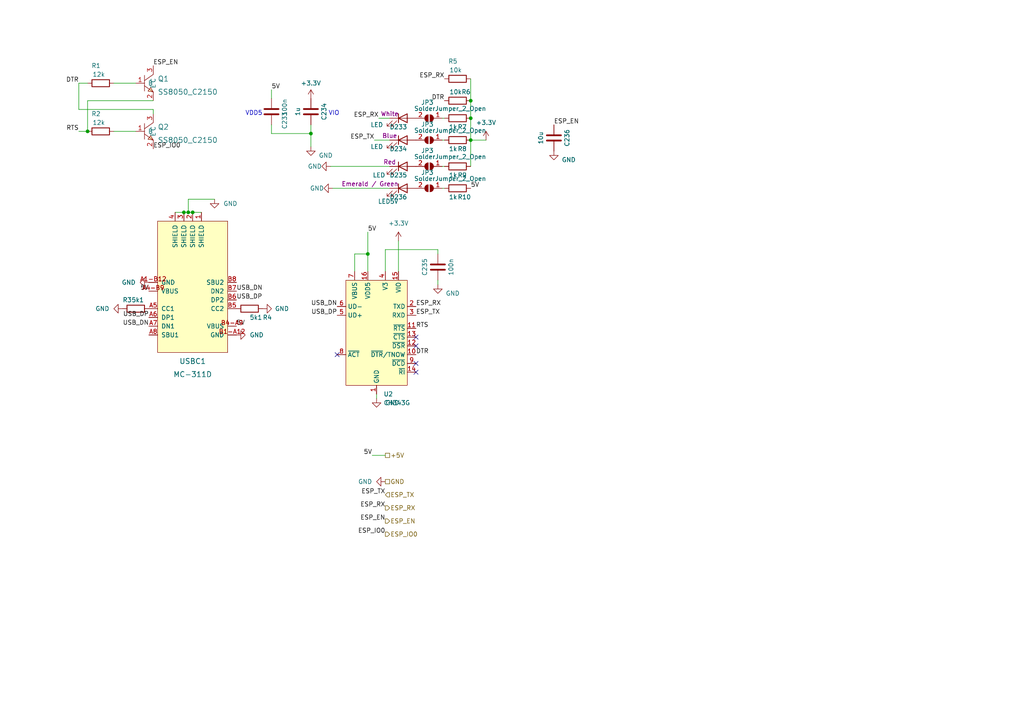
<source format=kicad_sch>
(kicad_sch (version 20230121) (generator eeschema)
  (paper "A4")
  (lib_symbols
    (symbol "+3.3V_1" (power) (pin_names (offset 0))
      (property "Value" "+3.3V_1" (at 0 3.556 0))
      (symbol "+3.3V_1_0_1"
        (polyline (pts (xy -0.762 1.27) (xy 0 2.54)))
        (polyline (pts (xy 0 0) (xy 0 2.54)))
        (polyline (pts (xy 0 2.54) (xy 0.762 1.27)))
      )
      (symbol "+3.3V_1_1_1"
        (pin power_in line (at 0 0 90) (length 0) hide (name "+3.3V") (number "1"))
      )
    )
    (symbol "+3.3V_2" (power) (pin_names (offset 0))
      (property "Value" "+3.3V_2" (at 0 3.556 0))
      (symbol "+3.3V_2_0_1"
        (polyline (pts (xy -0.762 1.27) (xy 0 2.54)))
        (polyline (pts (xy 0 0) (xy 0 2.54)))
        (polyline (pts (xy 0 2.54) (xy 0.762 1.27)))
      )
      (symbol "+3.3V_2_1_1"
        (pin power_in line (at 0 0 90) (length 0) hide (name "+3.3V") (number "1"))
      )
    )
    (symbol "Device:C" (pin_numbers hide) (pin_names (offset 0.254))
      (property "Reference" "C" (at 0.635 2.54 0))
      (property "Value" "C" (at 0.635 -2.54 0))
      (symbol "C_0_1"
        (polyline (pts (xy -2.032 -0.762) (xy 2.032 -0.762)) (stroke (width 0.508)))
        (polyline (pts (xy -2.032 0.762) (xy 2.032 0.762)) (stroke (width 0.508)))
      )
      (symbol "C_1_1"
        (pin passive line (at 0 3.81 270) (length 2.794) (name "~") (number "1"))
        (pin passive line (at 0 -3.81 90) (length 2.794) (name "~") (number "2"))
      )
    )
    (symbol "Device:LED" (pin_numbers hide) (pin_names (offset 1.016) hide)
      (property "Reference" "D" (at 0 2.54 0))
      (property "Value" "LED" (at 0 -2.54 0))
      (symbol "LED_0_1"
        (polyline (pts (xy -1.27 -1.27) (xy -1.27 1.27)) (stroke (width 0.254)))
        (polyline (pts (xy -1.27 0) (xy 1.27 0)))
        (polyline (pts (xy 1.27 -1.27) (xy 1.27 1.27) (xy -1.27 0) (xy 1.27 -1.27)) (stroke (width 0.254)))
        (polyline (pts (xy -3.048 -0.762) (xy -4.572 -2.286) (xy -3.81 -2.286) (xy -4.572 -2.286) (xy -4.572 -1.524)))
        (polyline (pts (xy -1.778 -0.762) (xy -3.302 -2.286) (xy -2.54 -2.286) (xy -3.302 -2.286) (xy -3.302 -1.524)))
      )
      (symbol "LED_1_1"
        (pin passive line (at -3.81 0 0) (length 2.54) (name "K") (number "1"))
        (pin passive line (at 3.81 0 180) (length 2.54) (name "A") (number "2"))
      )
    )
    (symbol "Device:R" (pin_numbers hide) (pin_names (offset 0))
      (property "Reference" "R" (at 2.032 0 90))
      (property "Value" "R" (at 0 0 90))
      (symbol "R_0_1"
        (rectangle (start -1.016 -2.54) (end 1.016 2.54) (stroke (width 0.254)))
      )
      (symbol "R_1_1"
        (pin passive line (at 0 3.81 270) (length 1.27) (name "~") (number "1"))
        (pin passive line (at 0 -3.81 90) (length 1.27) (name "~") (number "2"))
      )
    )
    (symbol "Jumper:SolderJumper_2_Open" (pin_names (offset 0) hide)
      (property "Reference" "JP" (at 0 2.032 0))
      (property "Value" "SolderJumper_2_Open" (at 0 -2.54 0))
      (symbol "SolderJumper_2_Open_0_1"
        (arc (start -0.254 1.016) (mid -1.2656 0) (end -0.254 -1.016))
        (arc (start -0.254 1.016) (mid -1.2656 0) (end -0.254 -1.016) (fill (type outline)))
        (polyline (pts (xy -0.254 1.016) (xy -0.254 -1.016)))
        (polyline (pts (xy 0.254 1.016) (xy 0.254 -1.016)))
        (arc (start 0.254 -1.016) (mid 1.2656 0) (end 0.254 1.016))
        (arc (start 0.254 -1.016) (mid 1.2656 0) (end 0.254 1.016) (fill (type outline)))
      )
      (symbol "SolderJumper_2_Open_1_1"
        (pin passive line (at -3.81 0 0) (length 2.54) (name "A") (number "1"))
        (pin passive line (at 3.81 0 180) (length 2.54) (name "B") (number "2"))
      )
    )
    (symbol "SS8050:SS8050_C2150" (pin_names (offset 1.016))
      (property "Reference" "Q?" (at 0 10.16 0))
      (property "Value" "SS8050_C2150" (at 0 -10.16 0))
      (symbol "SS8050_C2150_1_1"
        (polyline (pts (xy -2.54 -0.762) (xy 0 -2.54)))
        (polyline (pts (xy -2.54 2.286) (xy -2.54 -2.286)))
        (polyline (pts (xy 0 2.54) (xy -2.54 0.762)))
        (polyline (pts (xy 0 -2.54) (xy -0.762 -1.27) (xy -1.524 -2.286) (xy 0 -2.54)) (fill (type background)))
        (pin unspecified line (at -5.08 0 0) (length 2.54) (name "B") (number "1"))
        (pin unspecified line (at 0 -5.08 90) (length 2.54) (name "E") (number "2"))
        (pin unspecified line (at 0 5.08 270) (length 2.54) (name "C") (number "3"))
      )
    )
    (symbol "power:+3.3V" (power) (pin_names (offset 0))
      (property "Value" "+3.3V" (at 0 3.556 0))
      (symbol "+3.3V_0_1"
        (polyline (pts (xy -0.762 1.27) (xy 0 2.54)))
        (polyline (pts (xy 0 0) (xy 0 2.54)))
        (polyline (pts (xy 0 2.54) (xy 0.762 1.27)))
      )
      (symbol "+3.3V_1_1"
        (pin power_in line (at 0 0 90) (length 0) hide (name "+3.3V") (number "1"))
      )
    )
    (symbol "power:GND" (power) (pin_names (offset 0))
      (property "Value" "GND" (at 0 -3.81 0))
      (symbol "GND_0_1"
        (polyline (pts (xy 0 0) (xy 0 -1.27) (xy 1.27 -1.27) (xy 0 -2.54) (xy -1.27 -1.27) (xy 0 -1.27)))
      )
      (symbol "GND_1_1"
        (pin power_in line (at 0 0 270) (length 0) hide (name "GND") (number "1"))
      )
    )
    (symbol "usb_c_bobby:MC-311D" (pin_names (offset 1.016))
      (property "Reference" "USBC?" (at 0 24.13 0))
      (property "Value" "MC-311D" (at 0 -21.59 0))
      (symbol "MC-311D_1_1"
        (rectangle (start -10.16 16.51) (end 10.16 -21.59) (fill (type background)))
        (pin unspecified line (at 2.54 19.05 270) (length 2.54) (name "SHIELD") (number "1"))
        (pin unspecified line (at 0 19.05 270) (length 2.54) (name "SHIELD") (number "2"))
        (pin unspecified line (at -2.54 19.05 270) (length 2.54) (name "SHIELD") (number "3"))
        (pin unspecified line (at -5.08 19.05 270) (length 2.54) (name "SHIELD") (number "4"))
        (pin unspecified line (at -12.7 -1.27 0) (length 2.54) (name "GND") (number "A1-B12"))
        (pin unspecified line (at -12.7 -3.81 0) (length 2.54) (name "VBUS") (number "A4-B9"))
        (pin unspecified line (at -12.7 -8.89 0) (length 2.54) (name "CC1") (number "A5"))
        (pin unspecified line (at -12.7 -11.43 0) (length 2.54) (name "DP1") (number "A6"))
        (pin unspecified line (at -12.7 -13.97 0) (length 2.54) (name "DN1") (number "A7"))
        (pin unspecified line (at -12.7 -16.51 0) (length 2.54) (name "SBU1") (number "A8"))
        (pin unspecified line (at 12.7 -16.51 180) (length 2.54) (name "GND") (number "B1-A12"))
        (pin unspecified line (at 12.7 -13.97 180) (length 2.54) (name "VBUS") (number "B4-A9"))
        (pin unspecified line (at 12.7 -8.89 180) (length 2.54) (name "CC2") (number "B5"))
        (pin unspecified line (at 12.7 -6.35 180) (length 2.54) (name "DP2") (number "B6"))
        (pin unspecified line (at 12.7 -3.81 180) (length 2.54) (name "DN2") (number "B7"))
        (pin unspecified line (at 12.7 -1.27 180) (length 2.54) (name "SBU2") (number "B8"))
      )
    )
    (symbol "wch-usb-uart:CH343G"
      (property "Reference" "U" (at 6.35 -17.78 0))
      (property "Value" "CH343G" (at 6.35 -20.32 0))
      (symbol "CH343G_0_1"
        (rectangle (start -8.89 15.24) (end 8.89 -15.24) (stroke (width 0.1524)) (fill (type background)))
      )
      (symbol "CH343G_1_1"
        (pin passive line (at 0 -17.78 90) (length 2.54) (name "GND") (number "1"))
        (pin output line (at 11.43 -6.35 180) (length 2.54) (name "~{DTR}/TNOW") (number "10"))
        (pin output line (at 11.43 1.27 180) (length 2.54) (name "~{RTS}") (number "11"))
        (pin input line (at 11.43 -3.81 180) (length 2.54) (name "~{DSR}") (number "12"))
        (pin input line (at 11.43 -1.27 180) (length 2.54) (name "~{CTS}") (number "13"))
        (pin input line (at 11.43 -11.43 180) (length 2.54) (name "~{RI}") (number "14"))
        (pin power_in line (at 6.35 17.78 270) (length 2.54) (name "VIO") (number "15"))
        (pin power_in line (at -2.54 17.78 270) (length 2.54) (name "VDD5") (number "16"))
        (pin output line (at 11.43 7.62 180) (length 2.54) (name "TXD") (number "2"))
        (pin input line (at 11.43 5.08 180) (length 2.54) (name "RXD") (number "3"))
        (pin power_in line (at 2.54 17.78 270) (length 2.54) (name "V3") (number "4"))
        (pin bidirectional line (at -11.43 5.08 0) (length 2.54) (name "UD+") (number "5"))
        (pin bidirectional line (at -11.43 7.62 0) (length 2.54) (name "UD-") (number "6"))
        (pin input line (at -6.35 17.78 270) (length 2.54) (name "VBUS") (number "7"))
        (pin output line (at -11.43 -6.35 0) (length 2.54) (name "~{ACT}") (number "8"))
        (pin input line (at 11.43 -8.89 180) (length 2.54) (name "~{DCD}") (number "9"))
      )
    )
  )
  (junction (at 90.17 38.735))
  (junction (at 136.525 40.64))
  (junction (at 55.88 61.595))
  (junction (at 136.525 29.21))
  (junction (at 54.61 61.595))
  (junction (at 136.525 34.29))
  (junction (at 25.4 38.1))
  (junction (at 106.68 73.66))
  (junction (at 53.34 61.595))
  (no_connect (at 120.65 107.95))
  (no_connect (at 120.65 105.41))
  (no_connect (at 120.65 97.79))
  (no_connect (at 120.65 100.33))
  (no_connect (at 97.79 102.87))
  (wire (pts (xy 111.76 72.39) (xy 127 72.39)))
  (wire (pts (xy 109.855 34.29) (xy 113.03 34.29)))
  (wire (pts (xy 106.68 67.31) (xy 106.68 73.66)))
  (wire (pts (xy 22.86 24.13) (xy 22.86 31.75)))
  (wire (pts (xy 102.87 73.66) (xy 102.87 78.74)))
  (wire (pts (xy 115.57 69.85) (xy 115.57 78.74)))
  (wire (pts (xy 78.74 26.035) (xy 78.74 28.575)))
  (wire (pts (xy 33.02 38.1) (xy 39.37 38.1)))
  (wire (pts (xy 22.86 31.75) (xy 44.45 31.75)))
  (wire (pts (xy 44.45 29.21) (xy 25.4 29.21)))
  (wire (pts (xy 90.17 38.735) (xy 90.17 42.545)))
  (wire (pts (xy 53.34 61.595) (xy 50.8 61.595)))
  (wire (pts (xy 95.885 48.26) (xy 113.03 48.26)))
  (wire (pts (xy 127 72.39) (xy 127 73.66)))
  (wire (pts (xy 44.45 31.75) (xy 44.45 33.02)))
  (wire (pts (xy 25.4 29.21) (xy 25.4 38.1)))
  (wire (pts (xy 128.27 34.29) (xy 128.905 34.29)))
  (wire (pts (xy 109.22 114.3) (xy 109.22 115.57)))
  (wire (pts (xy 54.61 57.785) (xy 54.61 61.595)))
  (wire (pts (xy 107.95 132.08) (xy 111.76 132.08)))
  (wire (pts (xy 127 81.28) (xy 127 82.55)))
  (wire (pts (xy 33.02 24.13) (xy 39.37 24.13)))
  (wire (pts (xy 54.61 61.595) (xy 53.34 61.595)))
  (wire (pts (xy 55.88 61.595) (xy 58.42 61.595)))
  (wire (pts (xy 22.86 38.1) (xy 25.4 38.1)))
  (wire (pts (xy 78.74 38.735) (xy 90.17 38.735)))
  (wire (pts (xy 106.68 73.66) (xy 106.68 78.74)))
  (wire (pts (xy 128.27 48.26) (xy 128.905 48.26)))
  (wire (pts (xy 96.52 54.61) (xy 113.03 54.61)))
  (wire (pts (xy 22.86 24.13) (xy 25.4 24.13)))
  (wire (pts (xy 136.525 22.86) (xy 136.525 29.21)))
  (wire (pts (xy 111.76 72.39) (xy 111.76 78.74)))
  (wire (pts (xy 106.68 73.66) (xy 102.87 73.66)))
  (wire (pts (xy 54.61 57.785) (xy 62.23 57.785)))
  (wire (pts (xy 108.585 40.64) (xy 113.03 40.64)))
  (wire (pts (xy 136.525 40.64) (xy 136.525 48.26)))
  (wire (pts (xy 136.525 40.64) (xy 140.97 40.64)))
  (wire (pts (xy 136.525 29.21) (xy 136.525 34.29)))
  (wire (pts (xy 90.17 36.195) (xy 90.17 38.735)))
  (wire (pts (xy 136.525 34.29) (xy 136.525 40.64)))
  (wire (pts (xy 128.27 40.64) (xy 128.905 40.64)))
  (wire (pts (xy 128.27 54.61) (xy 128.905 54.61)))
  (wire (pts (xy 78.74 36.195) (xy 78.74 38.735)))
  (wire (pts (xy 54.61 61.595) (xy 55.88 61.595)))
  (text "VDD5" (at 71.12 33.655 0) (effects (font (size 1.27 1.27)) (justify left bottom)))
  (text "VIO" (at 95.25 33.655 0) (effects (font (size 1.27 1.27)) (justify left bottom)))
  (label "ESP_RX" (at 128.905 22.86 180))
  (label "ESP_TX" (at 108.585 40.64 180))
  (label "DTR" (at 120.65 102.87 0))
  (label "ESP_EN" (at 111.76 151.13 180))
  (label "ESP_TX" (at 120.65 91.44 0))
  (label "ESP_RX" (at 111.76 147.32 180))
  (label "ESP_RX" (at 109.855 34.29 180))
  (label "ESP_RX" (at 120.65 88.9 0))
  (label "ESP_EN" (at 44.45 19.05 0))
  (label "USB_DP" (at 97.79 91.44 180))
  (label "5V" (at 136.525 54.61 0))
  (label "ESP_TX" (at 111.76 143.51 180))
  (label "5V" (at 68.58 94.615 0))
  (label "RTS" (at 120.65 95.25 0))
  (label "5V" (at 43.18 84.455 180))
  (label "DTR" (at 128.905 29.21 180))
  (label "USB_DN" (at 68.58 84.455 0))
  (label "USB_DP" (at 43.18 92.075 180))
  (label "5V" (at 106.68 67.31 0))
  (label "RTS" (at 22.86 38.1 180))
  (label "ESP_IO0" (at 111.76 154.94 180))
  (label "ESP_IO0" (at 44.45 43.18 0))
  (label "ESP_EN" (at 160.655 36.195 0))
  (label "5V" (at 107.95 132.08 180))
  (label "5V" (at 78.74 26.035 0))
  (label "USB_DP" (at 68.58 86.995 0))
  (label "USB_DN" (at 97.79 88.9 180))
  (label "USB_DN" (at 43.18 94.615 180))
  (label "DTR" (at 22.86 24.13 180))
  (hierarchical_label "ESP_TX" (shape input) (at 111.76 143.51 0))
  (hierarchical_label "ESP_IO0" (shape output) (at 111.76 154.94 0))
  (hierarchical_label "ESP_RX" (shape output) (at 111.76 147.32 0))
  (hierarchical_label "ESP_EN" (shape output) (at 111.76 151.13 0))
  (hierarchical_label "+5V" (shape passive) (at 111.76 132.08 0))
  (hierarchical_label "GND" (shape passive) (at 111.76 139.7 0))
  (symbol (lib_id "Device:R") (at 132.715 40.64 270) (unit 1)
    (property "Reference" "R8" (at 132.715 43.18 90) (effects (justify left)))
    (property "Value" "1k" (at 130.175 43.18 90) (effects (justify left)))
    (property "Footprint" "Resistor_SMD:R_0402_1005Metric" (effects hide))
    (property "LCSC Part #" "C11702" (effects hide))
    (instances (project "ws2812-clock" (path "" (reference "R8") (unit 1))) (project "obs-studio-controller" (path "" (reference "R30") (unit 1))) (project "boardcomputer-reinvented" (path "" (reference "R8") (unit 1)) (path "" (reference "R19") (unit 1))))
  )
  (symbol (lib_id "Jumper:SolderJumper_2_Open") (at 124.46 54.61 180) (unit 1)
    (property "Reference" "JP3" (at 123.952 50.038 0))
    (property "Value" "SolderJumper_2_Open" (at 130.556 51.816 0))
    (property "Footprint" "Jumper:SolderJumper-2_P1.3mm_Open_TrianglePad1.0x1.5mm" (effects hide))
    (instances (project "ws2812-clock" (path "" (reference "JP3") (unit 1)) (path "" (reference "JP6") (unit 1))))
  )
  (symbol (lib_id "Device:LED") (at 116.84 48.26 0) (unit 1)
    (property "Reference" "D235" (at 118.11 50.8 0) (effects (justify right)))
    (property "Value" "LED" (at 111.76 50.8 0) (effects (justify right)))
    (property "Footprint" "LED_SMD:LED_0603_1608Metric" (effects hide))
    (property "LCSC Part #" "C2286" (effects hide))
    (property "Color" "Red" (at 113.03 46.99 0))
    (instances (project "ws2812-clock" (path "" (reference "D235") (unit 1))) (project "obs-studio-controller" (path "" (reference "D8") (unit 1))) (project "boardcomputer-reinvented" (path "" (reference "D3") (unit 1)) (path "" (reference "D7") (unit 1))))
  )
  (symbol (lib_name "+3.3V_2") (lib_id "power:+3.3V") (at 115.57 69.85 0) (unit 1)
    (property "Reference" "#PWR0475" (effects hide))
    (property "Value" "+3.3V" (at 115.57 64.77 0))
  )
  (symbol (lib_id "Device:C") (at 160.655 40.005 180) (unit 1)
    (property "Reference" "C236" (at 164.465 40.005 90))
    (property "Value" "10u" (at 156.845 40.005 90))
    (property "Footprint" "Capacitor_SMD:C_0603_1608Metric" (effects hide))
    (property "LCSC Part #" "C96446" (effects hide))
    (instances (project "ws2812-clock" (path "" (reference "C236") (unit 1))) (project "obs-studio-controller" (path "" (reference "C6") (unit 1))) (project "boardcomputer-reinvented" (path "" (reference "C4") (unit 1)) (path "" (reference "C10") (unit 1))))
  )
  (symbol (lib_id "Device:R") (at 132.715 22.86 90) (unit 1)
    (property "Reference" "R5" (at 132.715 17.78 90) (effects (justify left)))
    (property "Value" "10k" (at 133.985 20.32 90) (effects (justify left)))
    (property "Footprint" "Resistor_SMD:R_0402_1005Metric" (effects hide))
    (property "LCSC Part #" "C25744" (effects hide))
    (instances (project "ws2812-clock" (path "" (reference "R5") (unit 1))) (project "obs-studio-controller" (path "" (reference "R27") (unit 1))) (project "boardcomputer-reinvented" (path "" (reference "R5") (unit 1)) (path "" (reference "R16") (unit 1))))
  )
  (symbol (lib_id "Device:LED") (at 116.84 54.61 0) (unit 1)
    (property "Reference" "D236" (at 118.11 57.15 0) (effects (justify right)))
    (property "Value" "LED5V" (at 115.57 58.42 0) (effects (justify right)))
    (property "Footprint" "LED_SMD:LED_0603_1608Metric" (effects hide))
    (property "LCSC Part #" "C72043" (effects hide))
    (property "Color" "Emerald / Green" (at 107.315 53.34 0))
    (instances (project "ws2812-clock" (path "" (reference "D236") (unit 1))) (project "obs-studio-controller" (path "" (reference "D9") (unit 1))) (project "boardcomputer-reinvented" (path "" (reference "D4") (unit 1)) (path "" (reference "D8") (unit 1))))
  )
  (symbol (lib_name "+3.3V_1") (lib_id "power:+3.3V") (at 140.97 40.64 0) (unit 1)
    (property "Reference" "#PWR0479" (effects hide))
    (property "Value" "+3.3V" (at 140.97 35.56 0))
  )
  (symbol (lib_id "power:GND") (at 111.76 139.7 270) (unit 1)
    (property "Reference" "#PWR0474" (effects hide))
    (property "Value" "GND" (at 107.95 139.7 90) (effects (justify right)))
    (instances (project "ws2812-clock" (path "" (reference "#PWR0474") (unit 1))) (project "obs-studio-controller" (path "" (reference "#PWR0127") (unit 1))) (project "boardcomputer-reinvented" (path "" (reference "#PWR09") (unit 1)) (path "" (reference "#PWR029") (unit 1))))
  )
  (symbol (lib_id "Device:LED") (at 116.84 40.64 0) (unit 1)
    (property "Reference" "D234" (at 118.11 43.18 0) (effects (justify right)))
    (property "Value" "LED" (at 111.125 42.545 0) (effects (justify right)))
    (property "Footprint" "LED_SMD:LED_0603_1608Metric" (effects hide))
    (property "LCSC Part #" "C72041" (effects hide))
    (property "Color" "Blue" (at 113.03 39.37 0))
    (instances (project "ws2812-clock" (path "" (reference "D234") (unit 1))) (project "obs-studio-controller" (path "" (reference "D7") (unit 1))) (project "boardcomputer-reinvented" (path "" (reference "D2") (unit 1)) (path "" (reference "D6") (unit 1))))
  )
  (symbol (lib_id "Jumper:SolderJumper_2_Open") (at 124.46 40.64 180) (unit 1)
    (property "Reference" "JP3" (at 123.952 36.068 0))
    (property "Value" "SolderJumper_2_Open" (at 130.556 37.846 0))
    (property "Footprint" "Jumper:SolderJumper-2_P1.3mm_Open_TrianglePad1.0x1.5mm" (effects hide))
    (instances (project "ws2812-clock" (path "" (reference "JP3") (unit 1)) (path "" (reference "JP8") (unit 1))))
  )
  (symbol (lib_id "Device:R") (at 132.715 48.26 270) (unit 1)
    (property "Reference" "R9" (at 132.715 50.8 90) (effects (justify left)))
    (property "Value" "1k" (at 130.175 50.8 90) (effects (justify left)))
    (property "Footprint" "Resistor_SMD:R_0402_1005Metric" (effects hide))
    (property "LCSC Part #" "C11702" (effects hide))
    (instances (project "ws2812-clock" (path "" (reference "R9") (unit 1))) (project "obs-studio-controller" (path "" (reference "R31") (unit 1))) (project "boardcomputer-reinvented" (path "" (reference "R9") (unit 1)) (path "" (reference "R20") (unit 1))))
  )
  (symbol (lib_id "power:GND") (at 95.885 48.26 270) (unit 1)
    (property "Reference" "#PWR0476" (effects hide))
    (property "Value" "GND" (at 93.345 48.26 90) (effects (justify right)))
    (instances (project "ws2812-clock" (path "" (reference "#PWR0476") (unit 1))) (project "obs-studio-controller" (path "" (reference "#PWR0125") (unit 1))) (project "boardcomputer-reinvented" (path "" (reference "#PWR011") (unit 1)) (path "" (reference "#PWR031") (unit 1))))
  )
  (symbol (lib_id "Device:C") (at 90.17 32.385 180) (unit 1)
    (property "Reference" "C234" (at 93.98 32.385 90))
    (property "Value" "1u" (at 86.36 32.385 90))
    (property "Footprint" "Capacitor_SMD:C_0603_1608Metric" (effects hide))
    (property "LCSC Part #" "C15849" (effects hide))
    (instances (project "ws2812-clock" (path "" (reference "C234") (unit 1))) (project "obs-studio-controller" (path "" (reference "C4") (unit 1))) (project "boardcomputer-reinvented" (path "" (reference "C2") (unit 1)) (path "" (reference "C8") (unit 1))))
  )
  (symbol (lib_id "Device:R") (at 132.715 29.21 90) (unit 1)
    (property "Reference" "R6" (at 136.525 26.67 90) (effects (justify left)))
    (property "Value" "10k" (at 133.985 26.67 90) (effects (justify left)))
    (property "Footprint" "Resistor_SMD:R_0402_1005Metric" (effects hide))
    (property "LCSC Part #" "C25744" (effects hide))
    (instances (project "ws2812-clock" (path "" (reference "R6") (unit 1))) (project "obs-studio-controller" (path "" (reference "R28") (unit 1))) (project "boardcomputer-reinvented" (path "" (reference "R6") (unit 1)) (path "" (reference "R17") (unit 1))))
  )
  (symbol (lib_id "Device:R") (at 29.21 38.1 90) (unit 1)
    (property "Reference" "R2" (at 29.21 33.02 90) (effects (justify left)))
    (property "Value" "12k" (at 30.48 35.56 90) (effects (justify left)))
    (property "Footprint" "Resistor_SMD:R_0402_1005Metric" (effects hide))
    (property "LCSC Part #" "C25752" (effects hide))
    (instances (project "ws2812-clock" (path "" (reference "R2") (unit 1))) (project "obs-studio-controller" (path "" (reference "R24") (unit 1))) (project "boardcomputer-reinvented" (path "" (reference "R2") (unit 1)) (path "" (reference "R13") (unit 1))))
  )
  (symbol (lib_id "Device:R") (at 29.21 24.13 90) (unit 1)
    (property "Reference" "R1" (at 29.21 19.05 90) (effects (justify left)))
    (property "Value" "12k" (at 30.48 21.59 90) (effects (justify left)))
    (property "Footprint" "Resistor_SMD:R_0402_1005Metric" (effects hide))
    (property "LCSC Part #" "C25752" (effects hide))
    (instances (project "ws2812-clock" (path "" (reference "R1") (unit 1))) (project "obs-studio-controller" (path "" (reference "R23") (unit 1))) (project "boardcomputer-reinvented" (path "" (reference "R1") (unit 1)) (path "" (reference "R12") (unit 1))))
  )
  (symbol (lib_id "Device:R") (at 132.715 34.29 270) (unit 1)
    (property "Reference" "R7" (at 132.715 36.83 90) (effects (justify left)))
    (property "Value" "1k" (at 130.175 36.83 90) (effects (justify left)))
    (property "Footprint" "Resistor_SMD:R_0402_1005Metric" (effects hide))
    (property "LCSC Part #" "C11702" (effects hide))
    (instances (project "ws2812-clock" (path "" (reference "R7") (unit 1))) (project "obs-studio-controller" (path "" (reference "R29") (unit 1))) (project "boardcomputer-reinvented" (path "" (reference "R7") (unit 1)) (path "" (reference "R18") (unit 1))))
  )
  (symbol (lib_id "power:GND") (at 90.17 42.545 0) (unit 1)
    (property "Reference" "#PWR0472" (effects hide))
    (property "Value" "GND" (at 96.52 45.085 0) (effects (justify right)))
    (instances (project "ws2812-clock" (path "" (reference "#PWR0472") (unit 1))) (project "obs-studio-controller" (path "" (reference "#PWR0122") (unit 1))) (project "boardcomputer-reinvented" (path "" (reference "#PWR07") (unit 1)) (path "" (reference "#PWR027") (unit 1))))
  )
  (symbol (lib_id "power:GND") (at 127 82.55 0) (unit 1)
    (property "Reference" "#PWR0478" (effects hide))
    (property "Value" "GND" (at 133.35 85.09 0) (effects (justify right)))
    (instances (project "ws2812-clock" (path "" (reference "#PWR0478") (unit 1))) (project "obs-studio-controller" (path "" (reference "#PWR0126") (unit 1))) (project "boardcomputer-reinvented" (path "" (reference "#PWR013") (unit 1)) (path "" (reference "#PWR033") (unit 1))))
  )
  (symbol (lib_id "Device:R") (at 39.37 89.535 270) (unit 1)
    (property "Reference" "R3" (at 35.56 86.995 90) (effects (justify left)))
    (property "Value" "5k1" (at 38.1 86.995 90) (effects (justify left)))
    (property "Footprint" "Resistor_SMD:R_0402_1005Metric" (effects hide))
    (property "LCSC Part #" "C25905" (effects hide))
    (instances (project "ws2812-clock" (path "" (reference "R3") (unit 1))) (project "obs-studio-controller" (path "" (reference "R25") (unit 1))) (project "boardcomputer-reinvented" (path "" (reference "R3") (unit 1)) (path "" (reference "R14") (unit 1))))
  )
  (symbol (lib_id "SS8050:SS8050_C2150") (at 44.45 38.1 0) (unit 1)
    (property "Reference" "Q2" (at 45.72 36.83 0) (effects (font (size 1.524 1.524)) (justify left)))
    (property "Value" "SS8050_C2150" (at 45.72 40.64 0) (effects (font (size 1.524 1.524)) (justify left)))
    (property "Footprint" "Package_TO_SOT_SMD:TSOT-23" (effects hide))
    (property "Datasheet" "https://lcsc.com/product-detail/Transistors-NPN-PNP_SS8050-Y1-200-350_C2150.html" (effects hide))
    (property "Manufacturer" "CJ" (effects hide))
    (property "JLC Part" "Basic Part" (effects hide))
    (property "LCSC Part #" "C2150" (effects hide))
    (instances (project "ws2812-clock" (path "" (reference "Q2") (unit 1))) (project "obs-studio-controller" (path "" (reference "Q3") (unit 1))) (project "boardcomputer-reinvented" (path "" (reference "Q2") (unit 1)) (path "" (reference "Q4") (unit 1))))
  )
  (symbol (lib_id "power:GND") (at 96.52 54.61 270) (unit 1)
    (property "Reference" "#PWR0477" (effects hide))
    (property "Value" "GND" (at 93.98 54.61 90) (effects (justify right)))
    (instances (project "ws2812-clock" (path "" (reference "#PWR0477") (unit 1))) (project "obs-studio-controller" (path "" (reference "#PWR0124") (unit 1))) (project "boardcomputer-reinvented" (path "" (reference "#PWR012") (unit 1)) (path "" (reference "#PWR032") (unit 1))))
  )
  (symbol (lib_id "power:+3.3V") (at 90.17 28.575 0) (unit 1)
    (property "Reference" "#PWR0471" (effects hide))
    (property "Value" "+3.3V" (at 90.17 24.13 0))
  )
  (symbol (lib_id "Device:LED") (at 116.84 34.29 0) (unit 1)
    (property "Reference" "D233" (at 118.11 36.83 0) (effects (justify right)))
    (property "Value" "LED" (at 111.125 36.195 0) (effects (justify right)))
    (property "Footprint" "LED_SMD:LED_0603_1608Metric" (effects hide))
    (property "LCSC Part #" "C2290" (effects hide))
    (property "Color" "White" (at 113.03 33.02 0))
    (instances (project "ws2812-clock" (path "" (reference "D233") (unit 1))) (project "obs-studio-controller" (path "" (reference "D6") (unit 1))) (project "boardcomputer-reinvented" (path "" (reference "D1") (unit 1)) (path "" (reference "D5") (unit 1))))
  )
  (symbol (lib_id "power:GND") (at 109.22 115.57 0) (unit 1)
    (property "Reference" "#PWR0473" (effects hide))
    (property "Value" "GND" (at 111.76 116.8399 0) (effects (justify left)))
    (instances (project "ws2812-clock" (path "" (reference "#PWR0473") (unit 1))) (project "obs-studio-controller" (path "" (reference "#PWR0128") (unit 1))) (project "boardcomputer-reinvented" (path "" (reference "#PWR08") (unit 1)) (path "" (reference "#PWR028") (unit 1))))
  )
  (symbol (lib_id "Device:C") (at 127 77.47 180) (unit 1)
    (property "Reference" "C235" (at 123.19 77.47 90))
    (property "Value" "100n" (at 130.81 77.47 90))
    (property "Footprint" "Capacitor_SMD:C_0402_1005Metric" (effects hide))
    (property "LCSC Part #" "C1525" (effects hide))
    (instances (project "ws2812-clock" (path "" (reference "C235") (unit 1))) (project "obs-studio-controller" (path "" (reference "C5") (unit 1))) (project "boardcomputer-reinvented" (path "" (reference "C3") (unit 1)) (path "" (reference "C9") (unit 1))))
  )
  (symbol (lib_id "usb_c_bobby:MC-311D") (at 55.88 80.645 0) (unit 1)
    (property "Reference" "USBC1" (at 55.88 104.775 0) (effects (font (size 1.524 1.524))))
    (property "Value" "MC-311D" (at 55.88 108.585 0) (effects (font (size 1.524 1.524))))
    (property "Footprint" "usb_c:USB-C-SMD_MC-311D" (effects hide))
    (property "Datasheet" "https://lcsc.com/product-detail/USB-Type-C_MC-311D_C136423.html" (effects hide))
    (property "Manufacturer" "SOFNG" (effects hide))
    (property "JLC Part" "Extended Part" (effects hide))
    (property "LCSC Part #" "C136423" (effects hide))
    (instances (project "ws2812-clock" (path "" (reference "USBC1") (unit 1))) (project "obs-studio-controller" (path "" (reference "USBC1") (unit 1))) (project "boardcomputer-reinvented" (path "" (reference "USBC1") (unit 1)) (path "" (reference "USBC2") (unit 1))))
  )
  (symbol (lib_id "power:GND") (at 62.23 57.785 0) (unit 1)
    (property "Reference" "#PWR0468" (effects hide))
    (property "Value" "GND" (at 64.77 59.0549 0) (effects (justify left)))
    (instances (project "ws2812-clock" (path "" (reference "#PWR0468") (unit 1))) (project "obs-studio-controller" (path "" (reference "#PWR0131") (unit 1))) (project "boardcomputer-reinvented" (path "" (reference "#PWR03") (unit 1)) (path "" (reference "#PWR023") (unit 1))))
  )
  (symbol (lib_id "Device:R") (at 72.39 89.535 270) (unit 1)
    (property "Reference" "R4" (at 76.2 92.075 90) (effects (justify left)))
    (property "Value" "5k1" (at 72.39 92.075 90) (effects (justify left)))
    (property "Footprint" "Resistor_SMD:R_0402_1005Metric" (effects hide))
    (property "LCSC Part #" "C25905" (effects hide))
    (instances (project "ws2812-clock" (path "" (reference "R4") (unit 1))) (project "obs-studio-controller" (path "" (reference "R26") (unit 1))) (project "boardcomputer-reinvented" (path "" (reference "R4") (unit 1)) (path "" (reference "R15") (unit 1))))
  )
  (symbol (lib_id "power:GND") (at 160.655 43.815 0) (unit 1)
    (property "Reference" "#PWR0480" (effects hide))
    (property "Value" "GND" (at 167.005 46.355 0) (effects (justify right)))
    (instances (project "ws2812-clock" (path "" (reference "#PWR0480") (unit 1))) (project "obs-studio-controller" (path "" (reference "#PWR0123") (unit 1))) (project "boardcomputer-reinvented" (path "" (reference "#PWR015") (unit 1)) (path "" (reference "#PWR035") (unit 1))))
  )
  (symbol (lib_id "Jumper:SolderJumper_2_Open") (at 124.46 34.29 180) (unit 1)
    (property "Reference" "JP3" (at 123.952 29.718 0))
    (property "Value" "SolderJumper_2_Open" (at 130.556 31.496 0))
    (property "Footprint" "Jumper:SolderJumper-2_P1.3mm_Open_TrianglePad1.0x1.5mm" (effects hide))
    (instances (project "ws2812-clock" (path "" (reference "JP3") (unit 1)) (path "" (reference "JP9") (unit 1))))
  )
  (symbol (lib_id "power:GND") (at 35.56 89.535 270) (unit 1)
    (property "Reference" "#PWR0466" (effects hide))
    (property "Value" "GND" (at 31.75 89.5349 90) (effects (justify right)))
    (instances (project "ws2812-clock" (path "" (reference "#PWR0466") (unit 1))) (project "obs-studio-controller" (path "" (reference "#PWR0133") (unit 1))) (project "boardcomputer-reinvented" (path "" (reference "#PWR01") (unit 1)) (path "" (reference "#PWR021") (unit 1))))
  )
  (symbol (lib_id "Jumper:SolderJumper_2_Open") (at 124.46 48.26 180) (unit 1)
    (property "Reference" "JP3" (at 123.952 43.688 0))
    (property "Value" "SolderJumper_2_Open" (at 130.556 45.466 0))
    (property "Footprint" "Jumper:SolderJumper-2_P1.3mm_Open_TrianglePad1.0x1.5mm" (effects hide))
    (instances (project "ws2812-clock" (path "" (reference "JP3") (unit 1)) (path "" (reference "JP7") (unit 1))))
  )
  (symbol (lib_id "SS8050:SS8050_C2150") (at 44.45 24.13 0) (unit 1)
    (property "Reference" "Q1" (at 45.72 22.86 0) (effects (font (size 1.524 1.524)) (justify left)))
    (property "Value" "SS8050_C2150" (at 45.72 26.67 0) (effects (font (size 1.524 1.524)) (justify left)))
    (property "Footprint" "Package_TO_SOT_SMD:TSOT-23" (effects hide))
    (property "Datasheet" "https://lcsc.com/product-detail/Transistors-NPN-PNP_SS8050-Y1-200-350_C2150.html" (effects hide))
    (property "Manufacturer" "CJ" (effects hide))
    (property "JLC Part" "Basic Part" (effects hide))
    (property "LCSC Part #" "C2150" (effects hide))
    (instances (project "ws2812-clock" (path "" (reference "Q1") (unit 1))) (project "obs-studio-controller" (path "" (reference "Q2") (unit 1))) (project "boardcomputer-reinvented" (path "" (reference "Q1") (unit 1)) (path "" (reference "Q3") (unit 1))))
  )
  (symbol (lib_id "wch-usb-uart:CH343G") (at 109.22 96.52 0) (unit 1)
    (property "Reference" "U2" (at 111.2394 114.3 0) (effects (justify left)))
    (property "Value" "CH343G" (at 111.2394 116.84 0) (effects (justify left)))
    (property "Footprint" "Package_SO:SOIC-16_3.9x9.9mm_P1.27mm" (effects hide))
    (property "Datasheet" "http://www.wch.cn/downloads/file/307.html" (effects hide))
    (property "LCSC Part #" "C2844153" (effects hide))
    (instances (project "ws2812-clock" (path "" (reference "U2") (unit 1))) (project "obs-studio-controller" (path "" (reference "U4") (unit 1))) (project "boardcomputer-reinvented" (path "" (reference "U1") (unit 1)) (path "" (reference "U3") (unit 1))))
  )
  (symbol (lib_id "Device:R") (at 132.715 54.61 270) (unit 1)
    (property "Reference" "R10" (at 132.715 57.15 90) (effects (justify left)))
    (property "Value" "1k" (at 130.175 57.15 90) (effects (justify left)))
    (property "Footprint" "Resistor_SMD:R_0402_1005Metric" (effects hide))
    (property "LCSC Part #" "C11702" (effects hide))
    (instances (project "ws2812-clock" (path "" (reference "R10") (unit 1))) (project "obs-studio-controller" (path "" (reference "R32") (unit 1))) (project "boardcomputer-reinvented" (path "" (reference "R10") (unit 1)) (path "" (reference "R21") (unit 1))))
  )
  (symbol (lib_id "power:GND") (at 76.2 89.535 90) (unit 1)
    (property "Reference" "#PWR0470" (effects hide))
    (property "Value" "GND" (at 83.82 89.535 90) (effects (justify left)))
    (instances (project "ws2812-clock" (path "" (reference "#PWR0470") (unit 1))) (project "obs-studio-controller" (path "" (reference "#PWR0130") (unit 1))) (project "boardcomputer-reinvented" (path "" (reference "#PWR05") (unit 1)) (path "" (reference "#PWR025") (unit 1))))
  )
  (symbol (lib_id "power:GND") (at 68.58 97.155 90) (unit 1)
    (property "Reference" "#PWR0469" (effects hide))
    (property "Value" "GND" (at 72.39 97.1549 90) (effects (justify right)))
    (instances (project "ws2812-clock" (path "" (reference "#PWR0469") (unit 1))) (project "obs-studio-controller" (path "" (reference "#PWR0129") (unit 1))) (project "boardcomputer-reinvented" (path "" (reference "#PWR04") (unit 1)) (path "" (reference "#PWR024") (unit 1))))
  )
  (symbol (lib_id "power:GND") (at 43.18 81.915 270) (unit 1)
    (property "Reference" "#PWR0467" (effects hide))
    (property "Value" "GND" (at 39.37 81.915 90) (effects (justify right)))
    (instances (project "ws2812-clock" (path "" (reference "#PWR0467") (unit 1))) (project "obs-studio-controller" (path "" (reference "#PWR0132") (unit 1))) (project "boardcomputer-reinvented" (path "" (reference "#PWR02") (unit 1)) (path "" (reference "#PWR022") (unit 1))))
  )
  (symbol (lib_id "Device:C") (at 78.74 32.385 180) (unit 1)
    (property "Reference" "C233" (at 82.55 34.925 90))
    (property "Value" "100n" (at 82.55 31.115 90))
    (property "Footprint" "Capacitor_SMD:C_0402_1005Metric" (effects hide))
    (property "LCSC Part #" "C1525" (effects hide))
    (instances (project "ws2812-clock" (path "" (reference "C233") (unit 1))) (project "obs-studio-controller" (path "" (reference "C3") (unit 1))) (project "boardcomputer-reinvented" (path "" (reference "C1") (unit 1)) (path "" (reference "C7") (unit 1))))
  )
)
</source>
